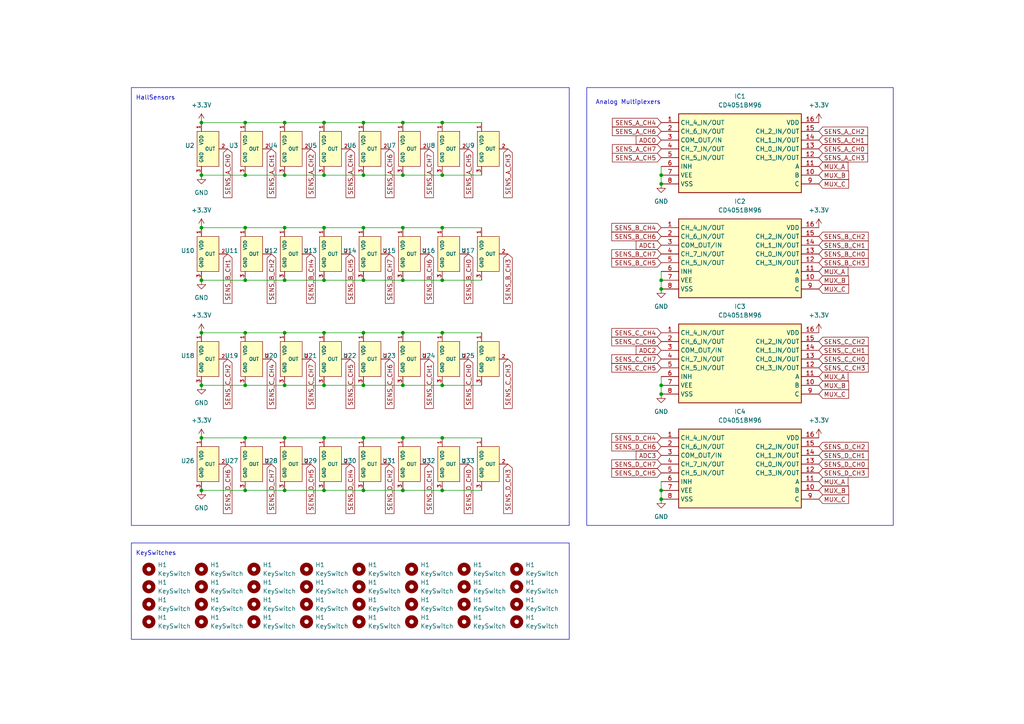
<source format=kicad_sch>
(kicad_sch (version 20230121) (generator eeschema)
  (paper "A4")
  (lib_symbols
    (symbol "Mechanical:MountingHole" (pin_names (offset 1.016))
      (property "Reference" "H" (at 0 5.08 0))
      (property "Value" "MountingHole" (at 0 3.175 0))
      (symbol "MountingHole_0_1"
        (circle (center 0 0) (radius 1.27) (stroke (width 1.27)))
      )
    )
    (symbol "ember_49e:Hall_Sensor" (pin_names (offset 1.016))
      (property "Reference" "U?" (at -4.5212 0.9652 0))
      (symbol "Hall_Sensor_0_1"
        (rectangle (start -3.81 5.08) (end 2.54 -5.08) (fill (type background)))
      )
      (symbol "Hall_Sensor_1_1"
        (pin power_in line (at -2.54 7.62 270) (length 2.54) (name "VDD") (number "1"))
        (pin output line (at 5.08 0 180) (length 2.54) (name "OUT") (number "2"))
        (pin power_in line (at -2.54 -7.62 90) (length 2.54) (name "GND") (number "3"))
      )
    )
    (symbol "ember_cd4051bm96:CD4051BM96"
      (property "Reference" "IC" (at 41.91 7.62 0))
      (property "Value" "CD4051BM96" (at 41.91 5.08 0))
      (symbol "CD4051BM96_1_1"
        (rectangle (start 5.08 2.54) (end 40.64 -20.32) (stroke (width 0.254)) (fill (type background)))
        (pin passive line (at 0 0 0) (length 5.08) (name "CH_4_IN/OUT") (number "1"))
        (pin passive line (at 45.72 -15.24 180) (length 5.08) (name "B") (number "10"))
        (pin passive line (at 45.72 -12.7 180) (length 5.08) (name "A") (number "11"))
        (pin passive line (at 45.72 -10.16 180) (length 5.08) (name "CH_3_IN/OUT") (number "12"))
        (pin passive line (at 45.72 -7.62 180) (length 5.08) (name "CH_0_IN/OUT") (number "13"))
        (pin passive line (at 45.72 -5.08 180) (length 5.08) (name "CH_1_IN/OUT") (number "14"))
        (pin passive line (at 45.72 -2.54 180) (length 5.08) (name "CH_2_IN/OUT") (number "15"))
        (pin passive line (at 45.72 0 180) (length 5.08) (name "VDD") (number "16"))
        (pin passive line (at 0 -2.54 0) (length 5.08) (name "CH_6_IN/OUT") (number "2"))
        (pin passive line (at 0 -5.08 0) (length 5.08) (name "COM_OUT/IN") (number "3"))
        (pin passive line (at 0 -7.62 0) (length 5.08) (name "CH_7_IN/OUT") (number "4"))
        (pin passive line (at 0 -10.16 0) (length 5.08) (name "CH_5_IN/OUT") (number "5"))
        (pin passive line (at 0 -12.7 0) (length 5.08) (name "INH") (number "6"))
        (pin passive line (at 0 -15.24 0) (length 5.08) (name "VEE") (number "7"))
        (pin passive line (at 0 -17.78 0) (length 5.08) (name "VSS") (number "8"))
        (pin passive line (at 45.72 -17.78 180) (length 5.08) (name "C") (number "9"))
      )
    )
    (symbol "power:+3.3V" (power) (pin_names (offset 0))
      (property "Value" "+3.3V" (at 0 3.556 0))
      (symbol "+3.3V_0_1"
        (polyline (pts (xy -0.762 1.27) (xy 0 2.54)))
        (polyline (pts (xy 0 0) (xy 0 2.54)))
        (polyline (pts (xy 0 2.54) (xy 0.762 1.27)))
      )
      (symbol "+3.3V_1_1"
        (pin power_in line (at 0 0 90) (length 0) hide (name "+3.3V") (number "1"))
      )
    )
    (symbol "power:GND" (power) (pin_names (offset 0))
      (property "Value" "GND" (at 0 -3.81 0))
      (symbol "GND_0_1"
        (polyline (pts (xy 0 0) (xy 0 -1.27) (xy 1.27 -1.27) (xy 0 -2.54) (xy -1.27 -1.27) (xy 0 -1.27)))
      )
      (symbol "GND_1_1"
        (pin power_in line (at 0 0 270) (length 0) hide (name "GND") (number "1"))
      )
    )
  )
  (junction (at 128.27 35.56))
  (junction (at 116.84 111.76))
  (junction (at 128.27 142.24))
  (junction (at 105.41 50.8))
  (junction (at 191.77 142.24))
  (junction (at 128.27 96.52))
  (junction (at 93.98 142.24))
  (junction (at 93.98 96.52))
  (junction (at 191.77 53.34))
  (junction (at 58.42 66.04))
  (junction (at 71.12 50.8))
  (junction (at 128.27 111.76))
  (junction (at 58.42 50.8))
  (junction (at 58.42 142.24))
  (junction (at 82.55 35.56))
  (junction (at 93.98 66.04))
  (junction (at 93.98 50.8))
  (junction (at 116.84 50.8))
  (junction (at 82.55 66.04))
  (junction (at 71.12 142.24))
  (junction (at 105.41 142.24))
  (junction (at 116.84 127))
  (junction (at 105.41 111.76))
  (junction (at 191.77 81.28))
  (junction (at 58.42 81.28))
  (junction (at 105.41 66.04))
  (junction (at 116.84 96.52))
  (junction (at 82.55 96.52))
  (junction (at 71.12 96.52))
  (junction (at 82.55 142.24))
  (junction (at 105.41 35.56))
  (junction (at 116.84 66.04))
  (junction (at 71.12 66.04))
  (junction (at 58.42 127))
  (junction (at 105.41 96.52))
  (junction (at 82.55 127))
  (junction (at 116.84 142.24))
  (junction (at 191.77 83.82))
  (junction (at 191.77 50.8))
  (junction (at 105.41 127))
  (junction (at 82.55 111.76))
  (junction (at 93.98 127))
  (junction (at 105.41 81.28))
  (junction (at 128.27 50.8))
  (junction (at 71.12 81.28))
  (junction (at 82.55 81.28))
  (junction (at 93.98 35.56))
  (junction (at 71.12 111.76))
  (junction (at 58.42 96.52))
  (junction (at 128.27 127))
  (junction (at 71.12 35.56))
  (junction (at 58.42 111.76))
  (junction (at 191.77 114.3))
  (junction (at 116.84 35.56))
  (junction (at 58.42 35.56))
  (junction (at 93.98 111.76))
  (junction (at 116.84 81.28))
  (junction (at 191.77 111.76))
  (junction (at 82.55 50.8))
  (junction (at 128.27 66.04))
  (junction (at 128.27 81.28))
  (junction (at 71.12 127))
  (junction (at 93.98 81.28))
  (junction (at 191.77 144.78))
  (wire (pts (xy 93.98 81.28) (xy 105.41 81.28)))
  (wire (pts (xy 128.27 142.24) (xy 139.7 142.24)))
  (wire (pts (xy 105.41 66.04) (xy 116.84 66.04)))
  (wire (pts (xy 58.42 66.04) (xy 71.12 66.04)))
  (wire (pts (xy 82.55 96.52) (xy 93.98 96.52)))
  (wire (pts (xy 93.98 142.24) (xy 105.41 142.24)))
  (wire (pts (xy 116.84 142.24) (xy 128.27 142.24)))
  (wire (pts (xy 128.27 35.56) (xy 139.7 35.56)))
  (wire (pts (xy 191.77 78.74) (xy 191.77 81.28)))
  (wire (pts (xy 116.84 96.52) (xy 128.27 96.52)))
  (wire (pts (xy 116.84 35.56) (xy 128.27 35.56)))
  (wire (pts (xy 105.41 96.52) (xy 116.84 96.52)))
  (wire (pts (xy 58.42 50.8) (xy 71.12 50.8)))
  (wire (pts (xy 116.84 111.76) (xy 128.27 111.76)))
  (wire (pts (xy 82.55 50.8) (xy 93.98 50.8)))
  (wire (pts (xy 71.12 96.52) (xy 82.55 96.52)))
  (wire (pts (xy 191.77 109.22) (xy 191.77 111.76)))
  (wire (pts (xy 191.77 142.24) (xy 191.77 144.78)))
  (wire (pts (xy 93.98 50.8) (xy 105.41 50.8)))
  (wire (pts (xy 105.41 50.8) (xy 116.84 50.8)))
  (wire (pts (xy 58.42 142.24) (xy 71.12 142.24)))
  (wire (pts (xy 82.55 111.76) (xy 93.98 111.76)))
  (wire (pts (xy 105.41 35.56) (xy 116.84 35.56)))
  (wire (pts (xy 82.55 66.04) (xy 93.98 66.04)))
  (wire (pts (xy 191.77 111.76) (xy 191.77 114.3)))
  (wire (pts (xy 82.55 127) (xy 93.98 127)))
  (wire (pts (xy 58.42 127) (xy 71.12 127)))
  (wire (pts (xy 71.12 81.28) (xy 82.55 81.28)))
  (wire (pts (xy 93.98 35.56) (xy 105.41 35.56)))
  (wire (pts (xy 58.42 111.76) (xy 71.12 111.76)))
  (wire (pts (xy 58.42 81.28) (xy 71.12 81.28)))
  (wire (pts (xy 191.77 50.8) (xy 191.77 53.34)))
  (wire (pts (xy 128.27 81.28) (xy 139.7 81.28)))
  (wire (pts (xy 71.12 66.04) (xy 82.55 66.04)))
  (wire (pts (xy 105.41 127) (xy 116.84 127)))
  (wire (pts (xy 71.12 127) (xy 82.55 127)))
  (wire (pts (xy 128.27 50.8) (xy 139.7 50.8)))
  (wire (pts (xy 93.98 111.76) (xy 105.41 111.76)))
  (wire (pts (xy 116.84 81.28) (xy 128.27 81.28)))
  (wire (pts (xy 191.77 139.7) (xy 191.77 142.24)))
  (wire (pts (xy 82.55 81.28) (xy 93.98 81.28)))
  (wire (pts (xy 116.84 66.04) (xy 128.27 66.04)))
  (wire (pts (xy 71.12 50.8) (xy 82.55 50.8)))
  (wire (pts (xy 71.12 111.76) (xy 82.55 111.76)))
  (wire (pts (xy 82.55 35.56) (xy 93.98 35.56)))
  (wire (pts (xy 191.77 81.28) (xy 191.77 83.82)))
  (wire (pts (xy 58.42 96.52) (xy 71.12 96.52)))
  (wire (pts (xy 58.42 35.56) (xy 71.12 35.56)))
  (wire (pts (xy 128.27 127) (xy 139.7 127)))
  (wire (pts (xy 93.98 127) (xy 105.41 127)))
  (wire (pts (xy 116.84 127) (xy 128.27 127)))
  (wire (pts (xy 128.27 96.52) (xy 139.7 96.52)))
  (wire (pts (xy 128.27 66.04) (xy 139.7 66.04)))
  (wire (pts (xy 105.41 142.24) (xy 116.84 142.24)))
  (wire (pts (xy 71.12 35.56) (xy 82.55 35.56)))
  (wire (pts (xy 128.27 111.76) (xy 139.7 111.76)))
  (wire (pts (xy 93.98 96.52) (xy 105.41 96.52)))
  (wire (pts (xy 191.77 48.26) (xy 191.77 50.8)))
  (wire (pts (xy 105.41 81.28) (xy 116.84 81.28)))
  (wire (pts (xy 116.84 50.8) (xy 128.27 50.8)))
  (wire (pts (xy 82.55 142.24) (xy 93.98 142.24)))
  (wire (pts (xy 105.41 111.76) (xy 116.84 111.76)))
  (wire (pts (xy 71.12 142.24) (xy 82.55 142.24)))
  (wire (pts (xy 93.98 66.04) (xy 105.41 66.04)))
  (rectangle (start 38.1 157.48) (end 165.1 185.42))
  (rectangle (start 170.18 25.4) (end 259.08 152.4))
  (rectangle (start 38.1 25.4) (end 165.1 152.4))
  (text "KeySwitches" (at 39.37 161.29 0) (effects (font (size 1.27 1.27)) (justify left bottom)))
  (text "HallSensors" (at 39.37 29.21 0) (effects (font (size 1.27 1.27)) (justify left bottom)))
  (text "Analog Multiplexers" (at 172.72 30.48 0) (effects (font (size 1.27 1.27)) (justify left bottom)))
  (global_label "SENS_B_CH7" (shape input) (at 113.03 73.66 270) (property "Intersheetrefs" "${INTERSHEET_REFS}" (effects hide)))
  (global_label "SENS_B_CH4" (shape input) (at 90.17 73.66 270) (property "Intersheetrefs" "${INTERSHEET_REFS}" (effects hide)))
  (global_label "MUX_C" (shape input) (at 237.49 114.3 0) (property "Intersheetrefs" "${INTERSHEET_REFS}" (effects hide)))
  (global_label "MUX_C" (shape input) (at 237.49 53.34 0) (property "Intersheetrefs" "${INTERSHEET_REFS}" (effects hide)))
  (global_label "SENS_C_CH0" (shape input) (at 237.49 104.14 0) (property "Intersheetrefs" "${INTERSHEET_REFS}" (effects hide)))
  (global_label "SENS_A_CH5" (shape input) (at 191.77 45.72 180) (property "Intersheetrefs" "${INTERSHEET_REFS}" (effects hide)))
  (global_label "SENS_B_CH6" (shape input) (at 191.77 68.58 180) (property "Intersheetrefs" "${INTERSHEET_REFS}" (effects hide)))
  (global_label "SENS_D_CH3" (shape input) (at 147.32 134.62 270) (property "Intersheetrefs" "${INTERSHEET_REFS}" (effects hide)))
  (global_label "SENS_B_CH3" (shape input) (at 147.32 73.66 270) (property "Intersheetrefs" "${INTERSHEET_REFS}" (effects hide)))
  (global_label "MUX_A" (shape input) (at 237.49 109.22 0) (property "Intersheetrefs" "${INTERSHEET_REFS}" (effects hide)))
  (global_label "MUX_B" (shape input) (at 237.49 81.28 0) (property "Intersheetrefs" "${INTERSHEET_REFS}" (effects hide)))
  (global_label "SENS_A_CH0" (shape input) (at 66.04 43.18 270) (property "Intersheetrefs" "${INTERSHEET_REFS}" (effects hide)))
  (global_label "SENS_C_CH4" (shape input) (at 191.77 96.52 180) (property "Intersheetrefs" "${INTERSHEET_REFS}" (effects hide)))
  (global_label "SENS_B_CH2" (shape input) (at 237.49 68.58 0) (property "Intersheetrefs" "${INTERSHEET_REFS}" (effects hide)))
  (global_label "SENS_D_CH5" (shape input) (at 191.77 137.16 180) (property "Intersheetrefs" "${INTERSHEET_REFS}" (effects hide)))
  (global_label "SENS_D_CH1" (shape input) (at 237.49 132.08 0) (property "Intersheetrefs" "${INTERSHEET_REFS}" (effects hide)))
  (global_label "SENS_D_CH4" (shape input) (at 191.77 127 180) (property "Intersheetrefs" "${INTERSHEET_REFS}" (effects hide)))
  (global_label "SENS_D_CH7" (shape input) (at 78.74 134.62 270) (property "Intersheetrefs" "${INTERSHEET_REFS}" (effects hide)))
  (global_label "SENS_B_CH2" (shape input) (at 78.74 73.66 270) (property "Intersheetrefs" "${INTERSHEET_REFS}" (effects hide)))
  (global_label "SENS_A_CH5" (shape input) (at 135.89 43.18 270) (property "Intersheetrefs" "${INTERSHEET_REFS}" (effects hide)))
  (global_label "SENS_A_CH4" (shape input) (at 191.77 35.56 180) (property "Intersheetrefs" "${INTERSHEET_REFS}" (effects hide)))
  (global_label "SENS_B_CH5" (shape input) (at 101.6 73.66 270) (property "Intersheetrefs" "${INTERSHEET_REFS}" (effects hide)))
  (global_label "SENS_D_CH6" (shape input) (at 191.77 129.54 180) (property "Intersheetrefs" "${INTERSHEET_REFS}" (effects hide)))
  (global_label "SENS_B_CH4" (shape input) (at 191.77 66.04 180) (property "Intersheetrefs" "${INTERSHEET_REFS}" (effects hide)))
  (global_label "ADC2" (shape input) (at 191.77 101.6 180) (property "Intersheetrefs" "${INTERSHEET_REFS}" (effects hide)))
  (global_label "SENS_C_CH3" (shape input) (at 147.32 104.14 270) (property "Intersheetrefs" "${INTERSHEET_REFS}" (effects hide)))
  (global_label "SENS_B_CH6" (shape input) (at 124.46 73.66 270) (property "Intersheetrefs" "${INTERSHEET_REFS}" (effects hide)))
  (global_label "SENS_D_CH6" (shape input) (at 66.04 134.62 270) (property "Intersheetrefs" "${INTERSHEET_REFS}" (effects hide)))
  (global_label "SENS_C_CH0" (shape input) (at 135.89 104.14 270) (property "Intersheetrefs" "${INTERSHEET_REFS}" (effects hide)))
  (global_label "SENS_B_CH0" (shape input) (at 135.89 73.66 270) (property "Intersheetrefs" "${INTERSHEET_REFS}" (effects hide)))
  (global_label "SENS_C_CH1" (shape input) (at 124.46 104.14 270) (property "Intersheetrefs" "${INTERSHEET_REFS}" (effects hide)))
  (global_label "ADC3" (shape input) (at 191.77 132.08 180) (property "Intersheetrefs" "${INTERSHEET_REFS}" (effects hide)))
  (global_label "SENS_C_CH3" (shape input) (at 237.49 106.68 0) (property "Intersheetrefs" "${INTERSHEET_REFS}" (effects hide)))
  (global_label "SENS_C_CH7" (shape input) (at 90.17 104.14 270) (property "Intersheetrefs" "${INTERSHEET_REFS}" (effects hide)))
  (global_label "SENS_A_CH7" (shape input) (at 191.77 43.18 180) (property "Intersheetrefs" "${INTERSHEET_REFS}" (effects hide)))
  (global_label "SENS_D_CH7" (shape input) (at 191.77 134.62 180) (property "Intersheetrefs" "${INTERSHEET_REFS}" (effects hide)))
  (global_label "SENS_D_CH0" (shape input) (at 135.89 134.62 270) (property "Intersheetrefs" "${INTERSHEET_REFS}" (effects hide)))
  (global_label "SENS_B_CH7" (shape input) (at 191.77 73.66 180) (property "Intersheetrefs" "${INTERSHEET_REFS}" (effects hide)))
  (global_label "MUX_C" (shape input) (at 237.49 83.82 0) (property "Intersheetrefs" "${INTERSHEET_REFS}" (effects hide)))
  (global_label "SENS_A_CH0" (shape input) (at 237.49 43.18 0) (property "Intersheetrefs" "${INTERSHEET_REFS}" (effects hide)))
  (global_label "SENS_C_CH6" (shape input) (at 113.03 104.14 270) (property "Intersheetrefs" "${INTERSHEET_REFS}" (effects hide)))
  (global_label "ADC1" (shape input) (at 191.77 71.12 180) (property "Intersheetrefs" "${INTERSHEET_REFS}" (effects hide)))
  (global_label "SENS_A_CH6" (shape input) (at 191.77 38.1 180) (property "Intersheetrefs" "${INTERSHEET_REFS}" (effects hide)))
  (global_label "SENS_C_CH4" (shape input) (at 78.74 104.14 270) (property "Intersheetrefs" "${INTERSHEET_REFS}" (effects hide)))
  (global_label "SENS_D_CH2" (shape input) (at 237.49 129.54 0) (property "Intersheetrefs" "${INTERSHEET_REFS}" (effects hide)))
  (global_label "ADC0" (shape input) (at 191.77 40.64 180) (property "Intersheetrefs" "${INTERSHEET_REFS}" (effects hide)))
  (global_label "MUX_A" (shape input) (at 237.49 78.74 0) (property "Intersheetrefs" "${INTERSHEET_REFS}" (effects hide)))
  (global_label "SENS_C_CH7" (shape input) (at 191.77 104.14 180) (property "Intersheetrefs" "${INTERSHEET_REFS}" (effects hide)))
  (global_label "SENS_A_CH2" (shape input) (at 237.49 38.1 0) (property "Intersheetrefs" "${INTERSHEET_REFS}" (effects hide)))
  (global_label "SENS_C_CH1" (shape input) (at 237.49 101.6 0) (property "Intersheetrefs" "${INTERSHEET_REFS}" (effects hide)))
  (global_label "SENS_D_CH1" (shape input) (at 124.46 134.62 270) (property "Intersheetrefs" "${INTERSHEET_REFS}" (effects hide)))
  (global_label "SENS_A_CH6" (shape input) (at 113.03 43.18 270) (property "Intersheetrefs" "${INTERSHEET_REFS}" (effects hide)))
  (global_label "SENS_C_CH2" (shape input) (at 237.49 99.06 0) (property "Intersheetrefs" "${INTERSHEET_REFS}" (effects hide)))
  (global_label "SENS_B_CH3" (shape input) (at 237.49 76.2 0) (property "Intersheetrefs" "${INTERSHEET_REFS}" (effects hide)))
  (global_label "SENS_C_CH6" (shape input) (at 191.77 99.06 180) (property "Intersheetrefs" "${INTERSHEET_REFS}" (effects hide)))
  (global_label "MUX_B" (shape input) (at 237.49 142.24 0) (property "Intersheetrefs" "${INTERSHEET_REFS}" (effects hide)))
  (global_label "SENS_B_CH5" (shape input) (at 191.77 76.2 180) (property "Intersheetrefs" "${INTERSHEET_REFS}" (effects hide)))
  (global_label "SENS_D_CH2" (shape input) (at 113.03 134.62 270) (property "Intersheetrefs" "${INTERSHEET_REFS}" (effects hide)))
  (global_label "SENS_B_CH1" (shape input) (at 237.49 71.12 0) (property "Intersheetrefs" "${INTERSHEET_REFS}" (effects hide)))
  (global_label "SENS_A_CH3" (shape input) (at 147.32 43.18 270) (property "Intersheetrefs" "${INTERSHEET_REFS}" (effects hide)))
  (global_label "SENS_A_CH4" (shape input) (at 101.6 43.18 270) (property "Intersheetrefs" "${INTERSHEET_REFS}" (effects hide)))
  (global_label "MUX_A" (shape input) (at 237.49 139.7 0) (property "Intersheetrefs" "${INTERSHEET_REFS}" (effects hide)))
  (global_label "SENS_C_CH5" (shape input) (at 101.6 104.14 270) (property "Intersheetrefs" "${INTERSHEET_REFS}" (effects hide)))
  (global_label "SENS_B_CH0" (shape input) (at 237.49 73.66 0) (property "Intersheetrefs" "${INTERSHEET_REFS}" (effects hide)))
  (global_label "SENS_D_CH3" (shape input) (at 237.49 137.16 0) (property "Intersheetrefs" "${INTERSHEET_REFS}" (effects hide)))
  (global_label "SENS_A_CH1" (shape input) (at 237.49 40.64 0) (property "Intersheetrefs" "${INTERSHEET_REFS}" (effects hide)))
  (global_label "SENS_A_CH1" (shape input) (at 78.74 43.18 270) (property "Intersheetrefs" "${INTERSHEET_REFS}" (effects hide)))
  (global_label "SENS_A_CH2" (shape input) (at 90.17 43.18 270) (property "Intersheetrefs" "${INTERSHEET_REFS}" (effects hide)))
  (global_label "MUX_B" (shape input) (at 237.49 50.8 0) (property "Intersheetrefs" "${INTERSHEET_REFS}" (effects hide)))
  (global_label "SENS_A_CH7" (shape input) (at 124.46 43.18 270) (property "Intersheetrefs" "${INTERSHEET_REFS}" (effects hide)))
  (global_label "SENS_B_CH1" (shape input) (at 66.04 73.66 270) (property "Intersheetrefs" "${INTERSHEET_REFS}" (effects hide)))
  (global_label "SENS_C_CH2" (shape input) (at 66.04 104.14 270) (property "Intersheetrefs" "${INTERSHEET_REFS}" (effects hide)))
  (global_label "MUX_C" (shape input) (at 237.49 144.78 0) (property "Intersheetrefs" "${INTERSHEET_REFS}" (effects hide)))
  (global_label "SENS_D_CH5" (shape input) (at 90.17 134.62 270) (property "Intersheetrefs" "${INTERSHEET_REFS}" (effects hide)))
  (global_label "SENS_D_CH0" (shape input) (at 237.49 134.62 0) (property "Intersheetrefs" "${INTERSHEET_REFS}" (effects hide)))
  (global_label "MUX_A" (shape input) (at 237.49 48.26 0) (property "Intersheetrefs" "${INTERSHEET_REFS}" (effects hide)))
  (global_label "SENS_C_CH5" (shape input) (at 191.77 106.68 180) (property "Intersheetrefs" "${INTERSHEET_REFS}" (effects hide)))
  (global_label "MUX_B" (shape input) (at 237.49 111.76 0) (property "Intersheetrefs" "${INTERSHEET_REFS}" (effects hide)))
  (global_label "SENS_A_CH3" (shape input) (at 237.49 45.72 0) (property "Intersheetrefs" "${INTERSHEET_REFS}" (effects hide)))
  (global_label "SENS_D_CH4" (shape input) (at 101.6 134.62 270) (property "Intersheetrefs" "${INTERSHEET_REFS}" (effects hide)))
  (symbol (lib_id "Mechanical:MountingHole") (at 149.86 170.18 0) (unit 1)
    (property "Reference" "H1" (at 152.4 168.91 0) (effects (justify left)))
    (property "Value" "KeySwitch" (at 152.4 171.45 0) (effects (justify left)))
    (property "Footprint" "ember:MX-1U-NoPins" (effects hide))
    (instances (project "ember" (path "" (reference "H1") (unit 1)) (path "" (reference "H16") (unit 1))))
  )
  (symbol (lib_id "ember_49e:Hall_Sensor") (at 73.66 104.14 0) (unit 1)
    (property "Reference" "U19" (at 69.1388 103.1748 0) (effects (justify right)))
    (property "Value" "Hall_Sensor" (effects hide))
    (property "Footprint" "Package_TO_SOT_SMD:SOT-23" (effects hide))
    (property "LCSC Part" "C266230" (effects hide))
    (property "MPN" "SLSS49E-3" (effects hide))
    (property "Notes" "Alternate part: OH49E-S (C85573)" (effects hide))
    (property "LCSC" "C2904393" (effects hide))
    (instances (project "ember" (path "" (reference "U19") (unit 1)) (path "" (reference "U7") (unit 1))))
  )
  (symbol (lib_id "ember_49e:Hall_Sensor") (at 119.38 134.62 0) (unit 1)
    (property "Reference" "U31" (at 114.8588 133.6548 0) (effects (justify right)))
    (property "Value" "Hall_Sensor" (effects hide))
    (property "Footprint" "Package_TO_SOT_SMD:SOT-23" (effects hide))
    (property "LCSC Part" "C266230" (effects hide))
    (property "MPN" "SLSS49E-3" (effects hide))
    (property "Notes" "Alternate part: OH49E-S (C85573)" (effects hide))
    (property "LCSC" "C2904393" (effects hide))
    (instances (project "ember" (path "" (reference "U31") (unit 1)) (path "" (reference "U24") (unit 1))))
  )
  (symbol (lib_id "power:GND") (at 58.42 142.24 0) (unit 1)
    (property "Reference" "#PWR014" (effects hide))
    (property "Value" "GND" (at 58.42 147.32 0))
    (instances (project "ember" (path "" (reference "#PWR014") (unit 1)) (path "" (reference "#PWR015") (unit 1))))
  )
  (symbol (lib_id "Mechanical:MountingHole") (at 43.18 170.18 0) (unit 1)
    (property "Reference" "H1" (at 45.72 168.91 0) (effects (justify left)))
    (property "Value" "KeySwitch" (at 45.72 171.45 0) (effects (justify left)))
    (property "Footprint" "ember:MX-1U-NoPins" (effects hide))
    (instances (project "ember" (path "" (reference "H1") (unit 1)) (path "" (reference "H9") (unit 1))))
  )
  (symbol (lib_id "ember_49e:Hall_Sensor") (at 107.95 134.62 0) (unit 1)
    (property "Reference" "U30" (at 103.4288 133.6548 0) (effects (justify right)))
    (property "Value" "Hall_Sensor" (effects hide))
    (property "Footprint" "Package_TO_SOT_SMD:SOT-23" (effects hide))
    (property "LCSC Part" "C266230" (effects hide))
    (property "MPN" "SLSS49E-3" (effects hide))
    (property "Notes" "Alternate part: OH49E-S (C85573)" (effects hide))
    (property "LCSC" "C2904393" (effects hide))
    (instances (project "ember" (path "" (reference "U30") (unit 1)) (path "" (reference "U20") (unit 1))))
  )
  (symbol (lib_id "Mechanical:MountingHole") (at 134.62 180.34 0) (unit 1)
    (property "Reference" "H1" (at 137.16 179.07 0) (effects (justify left)))
    (property "Value" "KeySwitch" (at 137.16 181.61 0) (effects (justify left)))
    (property "Footprint" "ember:MX-1U-NoPins" (effects hide))
    (instances (project "ember" (path "" (reference "H1") (unit 1)) (path "" (reference "H31") (unit 1))))
  )
  (symbol (lib_id "power:GND") (at 58.42 50.8 0) (unit 1)
    (property "Reference" "#PWR01" (effects hide))
    (property "Value" "GND" (at 58.42 55.88 0))
    (instances (project "ember" (path "" (reference "#PWR01") (unit 1)) (path "" (reference "#PWR03") (unit 1))))
  )
  (symbol (lib_id "ember_49e:Hall_Sensor") (at 142.24 43.18 0) (unit 1)
    (property "Reference" "U9" (at 137.7188 42.2148 0) (effects (justify right)))
    (property "Value" "Hall_Sensor" (effects hide))
    (property "Footprint" "Package_TO_SOT_SMD:SOT-23" (effects hide))
    (property "LCSC Part" "C266230" (effects hide))
    (property "MPN" "SLSS49E-3" (effects hide))
    (property "Notes" "Alternate part: OH49E-S (C85573)" (effects hide))
    (property "LCSC" "C2904393" (effects hide))
    (instances (project "ember" (path "" (reference "U9") (unit 1)) (path "" (reference "U29") (unit 1))))
  )
  (symbol (lib_id "ember_49e:Hall_Sensor") (at 107.95 104.14 0) (unit 1)
    (property "Reference" "U22" (at 103.4288 103.1748 0) (effects (justify right)))
    (property "Value" "Hall_Sensor" (effects hide))
    (property "Footprint" "Package_TO_SOT_SMD:SOT-23" (effects hide))
    (property "LCSC Part" "C266230" (effects hide))
    (property "MPN" "SLSS49E-3" (effects hide))
    (property "Notes" "Alternate part: OH49E-S (C85573)" (effects hide))
    (property "LCSC" "C2904393" (effects hide))
    (instances (project "ember" (path "" (reference "U22") (unit 1)) (path "" (reference "U19") (unit 1))))
  )
  (symbol (lib_id "Mechanical:MountingHole") (at 88.9 180.34 0) (unit 1)
    (property "Reference" "H1" (at 91.44 179.07 0) (effects (justify left)))
    (property "Value" "KeySwitch" (at 91.44 181.61 0) (effects (justify left)))
    (property "Footprint" "ember:MX-1U-NoPins" (effects hide))
    (instances (project "ember" (path "" (reference "H1") (unit 1)) (path "" (reference "H28") (unit 1))))
  )
  (symbol (lib_id "power:+3.3V") (at 58.42 96.52 0) (unit 1)
    (property "Reference" "#PWR09" (effects hide))
    (property "Value" "+3.3V" (at 58.42 91.44 0))
  )
  (symbol (lib_id "Mechanical:MountingHole") (at 149.86 175.26 0) (unit 1)
    (property "Reference" "H1" (at 152.4 173.99 0) (effects (justify left)))
    (property "Value" "KeySwitch" (at 152.4 176.53 0) (effects (justify left)))
    (property "Footprint" "ember:MX-1U-NoPins" (effects hide))
    (instances (project "ember" (path "" (reference "H1") (unit 1)) (path "" (reference "H24") (unit 1))))
  )
  (symbol (lib_id "power:+3.3V") (at 58.42 66.04 0) (unit 1)
    (property "Reference" "#PWR05" (effects hide))
    (property "Value" "+3.3V" (at 58.42 60.96 0))
  )
  (symbol (lib_id "ember_49e:Hall_Sensor") (at 96.52 73.66 0) (unit 1)
    (property "Reference" "U13" (at 91.9988 72.6948 0) (effects (justify right)))
    (property "Value" "Hall_Sensor" (effects hide))
    (property "Footprint" "Package_TO_SOT_SMD:SOT-23" (effects hide))
    (property "LCSC Part" "C266230" (effects hide))
    (property "MPN" "SLSS49E-3" (effects hide))
    (property "Notes" "Alternate part: OH49E-S (C85573)" (effects hide))
    (property "LCSC" "C2904393" (effects hide))
    (instances (project "ember" (path "" (reference "U13") (unit 1)) (path "" (reference "U14") (unit 1))))
  )
  (symbol (lib_id "ember_49e:Hall_Sensor") (at 60.96 43.18 0) (unit 1)
    (property "Reference" "U2" (at 56.4388 42.2148 0) (effects (justify right)))
    (property "Value" "Hall_Sensor" (effects hide))
    (property "Footprint" "Package_TO_SOT_SMD:SOT-23" (effects hide))
    (property "LCSC Part" "C266230" (effects hide))
    (property "MPN" "SLSS49E-3" (effects hide))
    (property "Notes" "Alternate part: OH49E-S (C85573)" (effects hide))
    (property "LCSC" "C2904393" (effects hide))
    (instances (project "ember" (path "" (reference "U2") (unit 1)) (path "" (reference "U1") (unit 1))))
  )
  (symbol (lib_id "ember_cd4051bm96:CD4051BM96") (at 191.77 96.52 0) (unit 1)
    (property "Reference" "IC3" (at 214.63 88.9 0))
    (property "Value" "CD4051BM96" (at 214.63 91.44 0))
    (property "Footprint" "ember:SOIC127P600X175-16N" (effects hide))
    (property "Datasheet" "http://www.ti.com/general/docs/lit/getliterature.tsp?genericPartNumber=CD4051B&&fileType=pdf" (effects hide))
    (property "Height" "1.75" (effects hide))
    (property "Mouser Part Number" "595-CD4051BM96" (effects hide))
    (property "Mouser Price/Stock" "https://www.mouser.co.uk/ProductDetail/Texas-Instruments/CD4051BM96?qs=0le1rQK8zxqMHlJa1GNAzQ%3D%3D" (effects hide))
    (property "Manufacturer_Name" "Texas Instruments" (effects hide))
    (property "Manufacturer_Part_Number" "CD4051BM96" (effects hide))
    (property "LCSC" "C21379" (effects hide))
  )
  (symbol (lib_id "Mechanical:MountingHole") (at 134.62 175.26 0) (unit 1)
    (property "Reference" "H1" (at 137.16 173.99 0) (effects (justify left)))
    (property "Value" "KeySwitch" (at 137.16 176.53 0) (effects (justify left)))
    (property "Footprint" "ember:MX-1U-NoPins" (effects hide))
    (instances (project "ember" (path "" (reference "H1") (unit 1)) (path "" (reference "H23") (unit 1))))
  )
  (symbol (lib_id "ember_49e:Hall_Sensor") (at 142.24 134.62 0) (unit 1)
    (property "Reference" "U33" (at 137.7188 133.6548 0) (effects (justify right)))
    (property "Value" "Hall_Sensor" (effects hide))
    (property "Footprint" "Package_TO_SOT_SMD:SOT-23" (effects hide))
    (property "LCSC Part" "C266230" (effects hide))
    (property "MPN" "SLSS49E-3" (effects hide))
    (property "Notes" "Alternate part: OH49E-S (C85573)" (effects hide))
    (property "LCSC" "C2904393" (effects hide))
    (instances (project "ember" (path "" (reference "U33") (unit 1)) (path "" (reference "U32") (unit 1))))
  )
  (symbol (lib_id "ember_49e:Hall_Sensor") (at 130.81 134.62 0) (unit 1)
    (property "Reference" "U32" (at 126.2888 133.6548 0) (effects (justify right)))
    (property "Value" "Hall_Sensor" (effects hide))
    (property "Footprint" "Package_TO_SOT_SMD:SOT-23" (effects hide))
    (property "LCSC Part" "C266230" (effects hide))
    (property "MPN" "SLSS49E-3" (effects hide))
    (property "Notes" "Alternate part: OH49E-S (C85573)" (effects hide))
    (property "LCSC" "C2904393" (effects hide))
    (instances (project "ember" (path "" (reference "U32") (unit 1)) (path "" (reference "U28") (unit 1))))
  )
  (symbol (lib_id "Mechanical:MountingHole") (at 104.14 180.34 0) (unit 1)
    (property "Reference" "H1" (at 106.68 179.07 0) (effects (justify left)))
    (property "Value" "KeySwitch" (at 106.68 181.61 0) (effects (justify left)))
    (property "Footprint" "ember:MX-1U-NoPins" (effects hide))
    (instances (project "ember" (path "" (reference "H1") (unit 1)) (path "" (reference "H29") (unit 1))))
  )
  (symbol (lib_id "ember_49e:Hall_Sensor") (at 96.52 104.14 0) (unit 1)
    (property "Reference" "U21" (at 91.9988 103.1748 0) (effects (justify right)))
    (property "Value" "Hall_Sensor" (effects hide))
    (property "Footprint" "Package_TO_SOT_SMD:SOT-23" (effects hide))
    (property "LCSC Part" "C266230" (effects hide))
    (property "MPN" "SLSS49E-3" (effects hide))
    (property "Notes" "Alternate part: OH49E-S (C85573)" (effects hide))
    (property "LCSC" "C2904393" (effects hide))
    (instances (project "ember" (path "" (reference "U21") (unit 1)) (path "" (reference "U15") (unit 1))))
  )
  (symbol (lib_id "Mechanical:MountingHole") (at 134.62 170.18 0) (unit 1)
    (property "Reference" "H1" (at 137.16 168.91 0) (effects (justify left)))
    (property "Value" "KeySwitch" (at 137.16 171.45 0) (effects (justify left)))
    (property "Footprint" "ember:MX-1U-NoPins" (effects hide))
    (instances (project "ember" (path "" (reference "H1") (unit 1)) (path "" (reference "H15") (unit 1))))
  )
  (symbol (lib_id "power:+3.3V") (at 237.49 96.52 0) (unit 1)
    (property "Reference" "#PWR012" (effects hide))
    (property "Value" "+3.3V" (at 237.49 91.44 0))
    (instances (project "ember" (path "" (reference "#PWR012") (unit 1)) (path "" (reference "#PWR010") (unit 1))))
  )
  (symbol (lib_id "Mechanical:MountingHole") (at 73.66 180.34 0) (unit 1)
    (property "Reference" "H1" (at 76.2 179.07 0) (effects (justify left)))
    (property "Value" "KeySwitch" (at 76.2 181.61 0) (effects (justify left)))
    (property "Footprint" "ember:MX-1U-NoPins" (effects hide))
    (instances (project "ember" (path "" (reference "H1") (unit 1)) (path "" (reference "H27") (unit 1))))
  )
  (symbol (lib_id "Mechanical:MountingHole") (at 88.9 175.26 0) (unit 1)
    (property "Reference" "H1" (at 91.44 173.99 0) (effects (justify left)))
    (property "Value" "KeySwitch" (at 91.44 176.53 0) (effects (justify left)))
    (property "Footprint" "ember:MX-1U-NoPins" (effects hide))
    (instances (project "ember" (path "" (reference "H1") (unit 1)) (path "" (reference "H20") (unit 1))))
  )
  (symbol (lib_id "Mechanical:MountingHole") (at 73.66 165.1 0) (unit 1)
    (property "Reference" "H1" (at 76.2 163.83 0) (effects (justify left)))
    (property "Value" "KeySwitch" (at 76.2 166.37 0) (effects (justify left)))
    (property "Footprint" "ember:MX-1U-NoPins" (effects hide))
    (instances (project "ember" (path "" (reference "H1") (unit 1)) (path "" (reference "H3") (unit 1))))
  )
  (symbol (lib_id "ember_49e:Hall_Sensor") (at 85.09 73.66 0) (unit 1)
    (property "Reference" "U12" (at 80.5688 72.6948 0) (effects (justify right)))
    (property "Value" "Hall_Sensor" (effects hide))
    (property "Footprint" "Package_TO_SOT_SMD:SOT-23" (effects hide))
    (property "LCSC Part" "C266230" (effects hide))
    (property "MPN" "SLSS49E-3" (effects hide))
    (property "Notes" "Alternate part: OH49E-S (C85573)" (effects hide))
    (property "LCSC" "C2904393" (effects hide))
    (instances (project "ember" (path "" (reference "U12") (unit 1)) (path "" (reference "U10") (unit 1))))
  )
  (symbol (lib_id "power:+3.3V") (at 58.42 35.56 0) (unit 1)
    (property "Reference" "#PWR02" (effects hide))
    (property "Value" "+3.3V" (at 58.42 30.48 0))
    (instances (project "ember" (path "" (reference "#PWR02") (unit 1)) (path "" (reference "#PWR01") (unit 1))))
  )
  (symbol (lib_id "ember_49e:Hall_Sensor") (at 60.96 134.62 0) (unit 1)
    (property "Reference" "U26" (at 56.4388 133.6548 0) (effects (justify right)))
    (property "Value" "Hall_Sensor" (effects hide))
    (property "Footprint" "Package_TO_SOT_SMD:SOT-23" (effects hide))
    (property "LCSC Part" "C266230" (effects hide))
    (property "MPN" "SLSS49E-3" (effects hide))
    (property "Notes" "Alternate part: OH49E-S (C85573)" (effects hide))
    (property "LCSC" "C2904393" (effects hide))
    (instances (project "ember" (path "" (reference "U26") (unit 1)) (path "" (reference "U4") (unit 1))))
  )
  (symbol (lib_id "ember_49e:Hall_Sensor") (at 73.66 43.18 0) (unit 1)
    (property "Reference" "U3" (at 69.1388 42.2148 0) (effects (justify right)))
    (property "Value" "Hall_Sensor" (effects hide))
    (property "Footprint" "Package_TO_SOT_SMD:SOT-23" (effects hide))
    (property "LCSC Part" "C266230" (effects hide))
    (property "MPN" "SLSS49E-3" (effects hide))
    (property "Notes" "Alternate part: OH49E-S (C85573)" (effects hide))
    (property "LCSC" "C2904393" (effects hide))
    (instances (project "ember" (path "" (reference "U3") (unit 1)) (path "" (reference "U5") (unit 1))))
  )
  (symbol (lib_id "ember_cd4051bm96:CD4051BM96") (at 191.77 66.04 0) (unit 1)
    (property "Reference" "IC2" (at 214.63 58.42 0))
    (property "Value" "CD4051BM96" (at 214.63 60.96 0))
    (property "Footprint" "ember:SOIC127P600X175-16N" (effects hide))
    (property "Datasheet" "http://www.ti.com/general/docs/lit/getliterature.tsp?genericPartNumber=CD4051B&&fileType=pdf" (effects hide))
    (property "Height" "1.75" (effects hide))
    (property "Mouser Part Number" "595-CD4051BM96" (effects hide))
    (property "Mouser Price/Stock" "https://www.mouser.co.uk/ProductDetail/Texas-Instruments/CD4051BM96?qs=0le1rQK8zxqMHlJa1GNAzQ%3D%3D" (effects hide))
    (property "Manufacturer_Name" "Texas Instruments" (effects hide))
    (property "Manufacturer_Part_Number" "CD4051BM96" (effects hide))
    (property "LCSC" "C21379" (effects hide))
  )
  (symbol (lib_id "power:+3.3V") (at 58.42 127 0) (unit 1)
    (property "Reference" "#PWR013" (effects hide))
    (property "Value" "+3.3V" (at 58.42 121.92 0))
  )
  (symbol (lib_id "power:GND") (at 191.77 114.3 0) (unit 1)
    (property "Reference" "#PWR011" (effects hide))
    (property "Value" "GND" (at 191.77 119.38 0))
    (instances (project "ember" (path "" (reference "#PWR011") (unit 1)) (path "" (reference "#PWR012") (unit 1))))
  )
  (symbol (lib_id "ember_49e:Hall_Sensor") (at 60.96 73.66 0) (unit 1)
    (property "Reference" "U10" (at 56.4388 72.6948 0) (effects (justify right)))
    (property "Value" "Hall_Sensor" (effects hide))
    (property "Footprint" "Package_TO_SOT_SMD:SOT-23" (effects hide))
    (property "LCSC Part" "C266230" (effects hide))
    (property "MPN" "SLSS49E-3" (effects hide))
    (property "Notes" "Alternate part: OH49E-S (C85573)" (effects hide))
    (property "LCSC" "C2904393" (effects hide))
    (instances (project "ember" (path "" (reference "U10") (unit 1)) (path "" (reference "U2") (unit 1))))
  )
  (symbol (lib_id "ember_49e:Hall_Sensor") (at 107.95 43.18 0) (unit 1)
    (property "Reference" "U6" (at 103.4288 42.2148 0) (effects (justify right)))
    (property "Value" "Hall_Sensor" (effects hide))
    (property "Footprint" "Package_TO_SOT_SMD:SOT-23" (effects hide))
    (property "LCSC Part" "C266230" (effects hide))
    (property "MPN" "SLSS49E-3" (effects hide))
    (property "Notes" "Alternate part: OH49E-S (C85573)" (effects hide))
    (property "LCSC" "C2904393" (effects hide))
    (instances (project "ember" (path "" (reference "U6") (unit 1)) (path "" (reference "U17") (unit 1))))
  )
  (symbol (lib_id "ember_49e:Hall_Sensor") (at 142.24 104.14 0) (unit 1)
    (property "Reference" "U25" (at 137.7188 103.1748 0) (effects (justify right)))
    (property "Value" "Hall_Sensor" (effects hide))
    (property "Footprint" "Package_TO_SOT_SMD:SOT-23" (effects hide))
    (property "LCSC Part" "C266230" (effects hide))
    (property "MPN" "SLSS49E-3" (effects hide))
    (property "Notes" "Alternate part: OH49E-S (C85573)" (effects hide))
    (property "LCSC" "C2904393" (effects hide))
    (instances (project "ember" (path "" (reference "U25") (unit 1)) (path "" (reference "U31") (unit 1))))
  )
  (symbol (lib_id "Mechanical:MountingHole") (at 104.14 175.26 0) (unit 1)
    (property "Reference" "H1" (at 106.68 173.99 0) (effects (justify left)))
    (property "Value" "KeySwitch" (at 106.68 176.53 0) (effects (justify left)))
    (property "Footprint" "ember:MX-1U-NoPins" (effects hide))
    (instances (project "ember" (path "" (reference "H1") (unit 1)) (path "" (reference "H21") (unit 1))))
  )
  (symbol (lib_id "ember_49e:Hall_Sensor") (at 85.09 134.62 0) (unit 1)
    (property "Reference" "U28" (at 80.5688 133.6548 0) (effects (justify right)))
    (property "Value" "Hall_Sensor" (effects hide))
    (property "Footprint" "Package_TO_SOT_SMD:SOT-23" (effects hide))
    (property "LCSC Part" "C266230" (effects hide))
    (property "MPN" "SLSS49E-3" (effects hide))
    (property "Notes" "Alternate part: OH49E-S (C85573)" (effects hide))
    (property "LCSC" "C2904393" (effects hide))
    (instances (project "ember" (path "" (reference "U28") (unit 1)) (path "" (reference "U12") (unit 1))))
  )
  (symbol (lib_id "power:GND") (at 58.42 111.76 0) (unit 1)
    (property "Reference" "#PWR010" (effects hide))
    (property "Value" "GND" (at 58.42 116.84 0))
    (instances (project "ember" (path "" (reference "#PWR010") (unit 1)) (path "" (reference "#PWR011") (unit 1))))
  )
  (symbol (lib_id "ember_49e:Hall_Sensor") (at 119.38 43.18 0) (unit 1)
    (property "Reference" "U7" (at 114.8588 42.2148 0) (effects (justify right)))
    (property "Value" "Hall_Sensor" (effects hide))
    (property "Footprint" "Package_TO_SOT_SMD:SOT-23" (effects hide))
    (property "LCSC Part" "C266230" (effects hide))
    (property "MPN" "SLSS49E-3" (effects hide))
    (property "Notes" "Alternate part: OH49E-S (C85573)" (effects hide))
    (property "LCSC" "C2904393" (effects hide))
    (instances (project "ember" (path "" (reference "U7") (unit 1)) (path "" (reference "U21") (unit 1))))
  )
  (symbol (lib_id "ember_49e:Hall_Sensor") (at 119.38 104.14 0) (unit 1)
    (property "Reference" "U23" (at 114.8588 103.1748 0) (effects (justify right)))
    (property "Value" "Hall_Sensor" (effects hide))
    (property "Footprint" "Package_TO_SOT_SMD:SOT-23" (effects hide))
    (property "LCSC Part" "C266230" (effects hide))
    (property "MPN" "SLSS49E-3" (effects hide))
    (property "Notes" "Alternate part: OH49E-S (C85573)" (effects hide))
    (property "LCSC" "C2904393" (effects hide))
  )
  (symbol (lib_id "Mechanical:MountingHole") (at 43.18 175.26 0) (unit 1)
    (property "Reference" "H1" (at 45.72 173.99 0) (effects (justify left)))
    (property "Value" "KeySwitch" (at 45.72 176.53 0) (effects (justify left)))
    (property "Footprint" "ember:MX-1U-NoPins" (effects hide))
    (instances (project "ember" (path "" (reference "H1") (unit 1)) (path "" (reference "H17") (unit 1))))
  )
  (symbol (lib_id "Mechanical:MountingHole") (at 43.18 165.1 0) (unit 1)
    (property "Reference" "H1" (at 45.72 163.83 0) (effects (justify left)))
    (property "Value" "KeySwitch" (at 45.72 166.37 0) (effects (justify left)))
    (property "Footprint" "ember:MX-1U-NoPins" (effects hide))
  )
  (symbol (lib_id "ember_49e:Hall_Sensor") (at 85.09 104.14 0) (unit 1)
    (property "Reference" "U20" (at 80.5688 103.1748 0) (effects (justify right)))
    (property "Value" "Hall_Sensor" (effects hide))
    (property "Footprint" "Package_TO_SOT_SMD:SOT-23" (effects hide))
    (property "LCSC Part" "C266230" (effects hide))
    (property "MPN" "SLSS49E-3" (effects hide))
    (property "Notes" "Alternate part: OH49E-S (C85573)" (effects hide))
    (property "LCSC" "C2904393" (effects hide))
    (instances (project "ember" (path "" (reference "U20") (unit 1)) (path "" (reference "U11") (unit 1))))
  )
  (symbol (lib_id "ember_49e:Hall_Sensor") (at 73.66 73.66 0) (unit 1)
    (property "Reference" "U11" (at 69.1388 72.6948 0) (effects (justify right)))
    (property "Value" "Hall_Sensor" (effects hide))
    (property "Footprint" "Package_TO_SOT_SMD:SOT-23" (effects hide))
    (property "LCSC Part" "C266230" (effects hide))
    (property "MPN" "SLSS49E-3" (effects hide))
    (property "Notes" "Alternate part: OH49E-S (C85573)" (effects hide))
    (property "LCSC" "C2904393" (effects hide))
    (instances (project "ember" (path "" (reference "U11") (unit 1)) (path "" (reference "U6") (unit 1))))
  )
  (symbol (lib_id "Mechanical:MountingHole") (at 119.38 165.1 0) (unit 1)
    (property "Reference" "H1" (at 121.92 163.83 0) (effects (justify left)))
    (property "Value" "KeySwitch" (at 121.92 166.37 0) (effects (justify left)))
    (property "Footprint" "ember:MX-1U-NoPins" (effects hide))
    (instances (project "ember" (path "" (reference "H1") (unit 1)) (path "" (reference "H6") (unit 1))))
  )
  (symbol (lib_id "Mechanical:MountingHole") (at 149.86 165.1 0) (unit 1)
    (property "Reference" "H1" (at 152.4 163.83 0) (effects (justify left)))
    (property "Value" "KeySwitch" (at 152.4 166.37 0) (effects (justify left)))
    (property "Footprint" "ember:MX-1U-NoPins" (effects hide))
    (instances (project "ember" (path "" (reference "H1") (unit 1)) (path "" (reference "H8") (unit 1))))
  )
  (symbol (lib_id "power:GND") (at 191.77 83.82 0) (unit 1)
    (property "Reference" "#PWR07" (effects hide))
    (property "Value" "GND" (at 191.77 88.9 0))
    (instances (project "ember" (path "" (reference "#PWR07") (unit 1)) (path "" (reference "#PWR08") (unit 1))))
  )
  (symbol (lib_id "power:GND") (at 191.77 144.78 0) (unit 1)
    (property "Reference" "#PWR015" (effects hide))
    (property "Value" "GND" (at 191.77 149.86 0))
    (instances (project "ember" (path "" (reference "#PWR015") (unit 1)) (path "" (reference "#PWR016") (unit 1))))
  )
  (symbol (lib_id "Mechanical:MountingHole") (at 88.9 165.1 0) (unit 1)
    (property "Reference" "H1" (at 91.44 163.83 0) (effects (justify left)))
    (property "Value" "KeySwitch" (at 91.44 166.37 0) (effects (justify left)))
    (property "Footprint" "ember:MX-1U-NoPins" (effects hide))
    (instances (project "ember" (path "" (reference "H1") (unit 1)) (path "" (reference "H4") (unit 1))))
  )
  (symbol (lib_id "Mechanical:MountingHole") (at 134.62 165.1 0) (unit 1)
    (property "Reference" "H1" (at 137.16 163.83 0) (effects (justify left)))
    (property "Value" "KeySwitch" (at 137.16 166.37 0) (effects (justify left)))
    (property "Footprint" "ember:MX-1U-NoPins" (effects hide))
    (instances (project "ember" (path "" (reference "H1") (unit 1)) (path "" (reference "H7") (unit 1))))
  )
  (symbol (lib_id "power:GND") (at 191.77 53.34 0) (unit 1)
    (property "Reference" "#PWR03" (effects hide))
    (property "Value" "GND" (at 191.77 58.42 0))
    (instances (project "ember" (path "" (reference "#PWR03") (unit 1)) (path "" (reference "#PWR04") (unit 1))))
  )
  (symbol (lib_id "Mechanical:MountingHole") (at 58.42 180.34 0) (unit 1)
    (property "Reference" "H1" (at 60.96 179.07 0) (effects (justify left)))
    (property "Value" "KeySwitch" (at 60.96 181.61 0) (effects (justify left)))
    (property "Footprint" "ember:MX-1U-NoPins" (effects hide))
    (instances (project "ember" (path "" (reference "H1") (unit 1)) (path "" (reference "H26") (unit 1))))
  )
  (symbol (lib_id "ember_49e:Hall_Sensor") (at 142.24 73.66 0) (unit 1)
    (property "Reference" "U17" (at 137.7188 72.6948 0) (effects (justify right)))
    (property "Value" "Hall_Sensor" (effects hide))
    (property "Footprint" "Package_TO_SOT_SMD:SOT-23" (effects hide))
    (property "LCSC Part" "C266230" (effects hide))
    (property "MPN" "SLSS49E-3" (effects hide))
    (property "Notes" "Alternate part: OH49E-S (C85573)" (effects hide))
    (property "LCSC" "C2904393" (effects hide))
    (instances (project "ember" (path "" (reference "U17") (unit 1)) (path "" (reference "U30") (unit 1))))
  )
  (symbol (lib_id "ember_49e:Hall_Sensor") (at 130.81 104.14 0) (unit 1)
    (property "Reference" "U24" (at 126.2888 103.1748 0) (effects (justify right)))
    (property "Value" "Hall_Sensor" (effects hide))
    (property "Footprint" "Package_TO_SOT_SMD:SOT-23" (effects hide))
    (property "LCSC Part" "C266230" (effects hide))
    (property "MPN" "SLSS49E-3" (effects hide))
    (property "Notes" "Alternate part: OH49E-S (C85573)" (effects hide))
    (property "LCSC" "C2904393" (effects hide))
    (instances (project "ember" (path "" (reference "U24") (unit 1)) (path "" (reference "U27") (unit 1))))
  )
  (symbol (lib_id "ember_49e:Hall_Sensor") (at 96.52 43.18 0) (unit 1)
    (property "Reference" "U5" (at 91.9988 42.2148 0) (effects (justify right)))
    (property "Value" "Hall_Sensor" (effects hide))
    (property "Footprint" "Package_TO_SOT_SMD:SOT-23" (effects hide))
    (property "LCSC Part" "C266230" (effects hide))
    (property "MPN" "SLSS49E-3" (effects hide))
    (property "Notes" "Alternate part: OH49E-S (C85573)" (effects hide))
    (property "LCSC" "C2904393" (effects hide))
    (instances (project "ember" (path "" (reference "U5") (unit 1)) (path "" (reference "U13") (unit 1))))
  )
  (symbol (lib_id "ember_49e:Hall_Sensor") (at 130.81 43.18 0) (unit 1)
    (property "Reference" "U8" (at 126.2888 42.2148 0) (effects (justify right)))
    (property "Value" "Hall_Sensor" (effects hide))
    (property "Footprint" "Package_TO_SOT_SMD:SOT-23" (effects hide))
    (property "LCSC Part" "C266230" (effects hide))
    (property "MPN" "SLSS49E-3" (effects hide))
    (property "Notes" "Alternate part: OH49E-S (C85573)" (effects hide))
    (property "LCSC" "C2904393" (effects hide))
    (instances (project "ember" (path "" (reference "U8") (unit 1)) (path "" (reference "U25") (unit 1))))
  )
  (symbol (lib_id "Mechanical:MountingHole") (at 119.38 180.34 0) (unit 1)
    (property "Reference" "H1" (at 121.92 179.07 0) (effects (justify left)))
    (property "Value" "KeySwitch" (at 121.92 181.61 0) (effects (justify left)))
    (property "Footprint" "ember:MX-1U-NoPins" (effects hide))
    (instances (project "ember" (path "" (reference "H1") (unit 1)) (path "" (reference "H30") (unit 1))))
  )
  (symbol (lib_id "power:+3.3V") (at 237.49 127 0) (unit 1)
    (property "Reference" "#PWR016" (effects hide))
    (property "Value" "+3.3V" (at 237.49 121.92 0))
    (instances (project "ember" (path "" (reference "#PWR016") (unit 1)) (path "" (reference "#PWR014") (unit 1))))
  )
  (symbol (lib_id "Mechanical:MountingHole") (at 43.18 180.34 0) (unit 1)
    (property "Reference" "H1" (at 45.72 179.07 0) (effects (justify left)))
    (property "Value" "KeySwitch" (at 45.72 181.61 0) (effects (justify left)))
    (property "Footprint" "ember:MX-1U-NoPins" (effects hide))
    (instances (project "ember" (path "" (reference "H1") (unit 1)) (path "" (reference "H25") (unit 1))))
  )
  (symbol (lib_id "Mechanical:MountingHole") (at 73.66 170.18 0) (unit 1)
    (property "Reference" "H1" (at 76.2 168.91 0) (effects (justify left)))
    (property "Value" "KeySwitch" (at 76.2 171.45 0) (effects (justify left)))
    (property "Footprint" "ember:MX-1U-NoPins" (effects hide))
    (instances (project "ember" (path "" (reference "H1") (unit 1)) (path "" (reference "H11") (unit 1))))
  )
  (symbol (lib_id "Mechanical:MountingHole") (at 73.66 175.26 0) (unit 1)
    (property "Reference" "H1" (at 76.2 173.99 0) (effects (justify left)))
    (property "Value" "KeySwitch" (at 76.2 176.53 0) (effects (justify left)))
    (property "Footprint" "ember:MX-1U-NoPins" (effects hide))
    (instances (project "ember" (path "" (reference "H1") (unit 1)) (path "" (reference "H19") (unit 1))))
  )
  (symbol (lib_id "Mechanical:MountingHole") (at 88.9 170.18 0) (unit 1)
    (property "Reference" "H1" (at 91.44 168.91 0) (effects (justify left)))
    (property "Value" "KeySwitch" (at 91.44 171.45 0) (effects (justify left)))
    (property "Footprint" "ember:MX-1U-NoPins" (effects hide))
    (instances (project "ember" (path "" (reference "H1") (unit 1)) (path "" (reference "H12") (unit 1))))
  )
  (symbol (lib_id "power:GND") (at 58.42 81.28 0) (unit 1)
    (property "Reference" "#PWR06" (effects hide))
    (property "Value" "GND" (at 58.42 86.36 0))
    (instances (project "ember" (path "" (reference "#PWR06") (unit 1)) (path "" (reference "#PWR07") (unit 1))))
  )
  (symbol (lib_id "Mechanical:MountingHole") (at 119.38 170.18 0) (unit 1)
    (property "Reference" "H1" (at 121.92 168.91 0) (effects (justify left)))
    (property "Value" "KeySwitch" (at 121.92 171.45 0) (effects (justify left)))
    (property "Footprint" "ember:MX-1U-NoPins" (effects hide))
    (instances (project "ember" (path "" (reference "H1") (unit 1)) (path "" (reference "H14") (unit 1))))
  )
  (symbol (lib_id "Mechanical:MountingHole") (at 58.42 175.26 0) (unit 1)
    (property "Reference" "H1" (at 60.96 173.99 0) (effects (justify left)))
    (property "Value" "KeySwitch" (at 60.96 176.53 0) (effects (justify left)))
    (property "Footprint" "ember:MX-1U-NoPins" (effects hide))
    (instances (project "ember" (path "" (reference "H1") (unit 1)) (path "" (reference "H18") (unit 1))))
  )
  (symbol (lib_id "power:+3.3V") (at 237.49 66.04 0) (unit 1)
    (property "Reference" "#PWR08" (effects hide))
    (property "Value" "+3.3V" (at 237.49 60.96 0))
    (instances (project "ember" (path "" (reference "#PWR08") (unit 1)) (path "" (reference "#PWR06") (unit 1))))
  )
  (symbol (lib_id "ember_49e:Hall_Sensor") (at 60.96 104.14 0) (unit 1)
    (property "Reference" "U18" (at 56.4388 103.1748 0) (effects (justify right)))
    (property "Value" "Hall_Sensor" (effects hide))
    (property "Footprint" "Package_TO_SOT_SMD:SOT-23" (effects hide))
    (property "LCSC Part" "C266230" (effects hide))
    (property "MPN" "SLSS49E-3" (effects hide))
    (property "Notes" "Alternate part: OH49E-S (C85573)" (effects hide))
    (property "LCSC" "C2904393" (effects hide))
    (instances (project "ember" (path "" (reference "U18") (unit 1)) (path "" (reference "U3") (unit 1))))
  )
  (symbol (lib_id "Mechanical:MountingHole") (at 104.14 170.18 0) (unit 1)
    (property "Reference" "H1" (at 106.68 168.91 0) (effects (justify left)))
    (property "Value" "KeySwitch" (at 106.68 171.45 0) (effects (justify left)))
    (property "Footprint" "ember:MX-1U-NoPins" (effects hide))
    (instances (project "ember" (path "" (reference "H1") (unit 1)) (path "" (reference "H13") (unit 1))))
  )
  (symbol (lib_id "Mechanical:MountingHole") (at 58.42 170.18 0) (unit 1)
    (property "Reference" "H1" (at 60.96 168.91 0) (effects (justify left)))
    (property "Value" "KeySwitch" (at 60.96 171.45 0) (effects (justify left)))
    (property "Footprint" "ember:MX-1U-NoPins" (effects hide))
    (instances (project "ember" (path "" (reference "H1") (unit 1)) (path "" (reference "H10") (unit 1))))
  )
  (symbol (lib_id "ember_cd4051bm96:CD4051BM96") (at 191.77 127 0) (unit 1)
    (property "Reference" "IC4" (at 214.63 119.38 0))
    (property "Value" "CD4051BM96" (at 214.63 121.92 0))
    (property "Footprint" "ember:SOIC127P600X175-16N" (effects hide))
    (property "Datasheet" "http://www.ti.com/general/docs/lit/getliterature.tsp?genericPartNumber=CD4051B&&fileType=pdf" (effects hide))
    (property "Height" "1.75" (effects hide))
    (property "Mouser Part Number" "595-CD4051BM96" (effects hide))
    (property "Mouser Price/Stock" "https://www.mouser.co.uk/ProductDetail/Texas-Instruments/CD4051BM96?qs=0le1rQK8zxqMHlJa1GNAzQ%3D%3D" (effects hide))
    (property "Manufacturer_Name" "Texas Instruments" (effects hide))
    (property "Manufacturer_Part_Number" "CD4051BM96" (effects hide))
    (property "LCSC" "C21379" (effects hide))
  )
  (symbol (lib_id "ember_49e:Hall_Sensor") (at 119.38 73.66 0) (unit 1)
    (property "Reference" "U15" (at 114.8588 72.6948 0) (effects (justify right)))
    (property "Value" "Hall_Sensor" (effects hide))
    (property "Footprint" "Package_TO_SOT_SMD:SOT-23" (effects hide))
    (property "LCSC Part" "C266230" (effects hide))
    (property "MPN" "SLSS49E-3" (effects hide))
    (property "Notes" "Alternate part: OH49E-S (C85573)" (effects hide))
    (property "LCSC" "C2904393" (effects hide))
    (instances (project "ember" (path "" (reference "U15") (unit 1)) (path "" (reference "U22") (unit 1))))
  )
  (symbol (lib_id "Mechanical:MountingHole") (at 58.42 165.1 0) (unit 1)
    (property "Reference" "H1" (at 60.96 163.83 0) (effects (justify left)))
    (property "Value" "KeySwitch" (at 60.96 166.37 0) (effects (justify left)))
    (property "Footprint" "ember:MX-1U-NoPins" (effects hide))
    (instances (project "ember" (path "" (reference "H1") (unit 1)) (path "" (reference "H2") (unit 1))))
  )
  (symbol (lib_id "ember_49e:Hall_Sensor") (at 107.95 73.66 0) (unit 1)
    (property "Reference" "U14" (at 103.4288 72.6948 0) (effects (justify right)))
    (property "Value" "Hall_Sensor" (effects hide))
    (property "Footprint" "Package_TO_SOT_SMD:SOT-23" (effects hide))
    (property "LCSC Part" "C266230" (effects hide))
    (property "MPN" "SLSS49E-3" (effects hide))
    (property "Notes" "Alternate part: OH49E-S (C85573)" (effects hide))
    (property "LCSC" "C2904393" (effects hide))
    (instances (project "ember" (path "" (reference "U14") (unit 1)) (path "" (reference "U18") (unit 1))))
  )
  (symbol (lib_id "ember_49e:Hall_Sensor") (at 96.52 134.62 0) (unit 1)
    (property "Reference" "U29" (at 91.9988 133.6548 0) (effects (justify right)))
    (property "Value" "Hall_Sensor" (effects hide))
    (property "Footprint" "Package_TO_SOT_SMD:SOT-23" (effects hide))
    (property "LCSC Part" "C266230" (effects hide))
    (property "MPN" "SLSS49E-3" (effects hide))
    (property "Notes" "Alternate part: OH49E-S (C85573)" (effects hide))
    (property "LCSC" "C2904393" (effects hide))
    (instances (project "ember" (path "" (reference "U29") (unit 1)) (path "" (reference "U16") (unit 1))))
  )
  (symbol (lib_id "ember_49e:Hall_Sensor") (at 130.81 73.66 0) (unit 1)
    (property "Reference" "U16" (at 126.2888 72.6948 0) (effects (justify right)))
    (property "Value" "Hall_Sensor" (effects hide))
    (property "Footprint" "Package_TO_SOT_SMD:SOT-23" (effects hide))
    (property "LCSC Part" "C266230" (effects hide))
    (property "MPN" "SLSS49E-3" (effects hide))
    (property "Notes" "Alternate part: OH49E-S (C85573)" (effects hide))
    (property "LCSC" "C2904393" (effects hide))
    (instances (project "ember" (path "" (reference "U16") (unit 1)) (path "" (reference "U26") (unit 1))))
  )
  (symbol (lib_id "ember_cd4051bm96:CD4051BM96") (at 191.77 35.56 0) (unit 1)
    (property "Reference" "IC1" (at 214.63 27.94 0))
    (property "Value" "CD4051BM96" (at 214.63 30.48 0))
    (property "Footprint" "ember:SOIC127P600X175-16N" (effects hide))
    (property "Datasheet" "http://www.ti.com/general/docs/lit/getliterature.tsp?genericPartNumber=CD4051B&&fileType=pdf" (effects hide))
    (property "Height" "1.75" (effects hide))
    (property "Mouser Part Number" "595-CD4051BM96" (effects hide))
    (property "Mouser Price/Stock" "https://www.mouser.co.uk/ProductDetail/Texas-Instruments/CD4051BM96?qs=0le1rQK8zxqMHlJa1GNAzQ%3D%3D" (effects hide))
    (property "Manufacturer_Name" "Texas Instruments" (effects hide))
    (property "Manufacturer_Part_Number" "CD4051BM96" (effects hide))
    (property "LCSC" "C21379" (effects hide))
  )
  (symbol (lib_id "ember_49e:Hall_Sensor") (at 85.09 43.18 0) (unit 1)
    (property "Reference" "U4" (at 80.5688 42.2148 0) (effects (justify right)))
    (property "Value" "Hall_Sensor" (effects hide))
    (property "Footprint" "Package_TO_SOT_SMD:SOT-23" (effects hide))
    (property "LCSC Part" "C266230" (effects hide))
    (property "MPN" "SLSS49E-3" (effects hide))
    (property "Notes" "Alternate part: OH49E-S (C85573)" (effects hide))
    (property "LCSC" "C2904393" (effects hide))
    (instances (project "ember" (path "" (reference "U4") (unit 1)) (path "" (reference "U9") (unit 1))))
  )
  (symbol (lib_id "Mechanical:MountingHole") (at 149.86 180.34 0) (unit 1)
    (property "Reference" "H1" (at 152.4 179.07 0) (effects (justify left)))
    (property "Value" "KeySwitch" (at 152.4 181.61 0) (effects (justify left)))
    (property "Footprint" "ember:MX-1U-NoPins" (effects hide))
    (instances (project "ember" (path "" (reference "H1") (unit 1)) (path "" (reference "H32") (unit 1))))
  )
  (symbol (lib_id "Mechanical:MountingHole") (at 119.38 175.26 0) (unit 1)
    (property "Reference" "H1" (at 121.92 173.99 0) (effects (justify left)))
    (property "Value" "KeySwitch" (at 121.92 176.53 0) (effects (justify left)))
    (property "Footprint" "ember:MX-1U-NoPins" (effects hide))
    (instances (project "ember" (path "" (reference "H1") (unit 1)) (path "" (reference "H22") (unit 1))))
  )
  (symbol (lib_id "Mechanical:MountingHole") (at 104.14 165.1 0) (unit 1)
    (property "Reference" "H1" (at 106.68 163.83 0) (effects (justify left)))
    (property "Value" "KeySwitch" (at 106.68 166.37 0) (effects (justify left)))
    (property "Footprint" "ember:MX-1U-NoPins" (effects hide))
    (instances (project "ember" (path "" (reference "H1") (unit 1)) (path "" (reference "H5") (unit 1))))
  )
  (symbol (lib_id "power:+3.3V") (at 237.49 35.56 0) (unit 1)
    (property "Reference" "#PWR04" (effects hide))
    (property "Value" "+3.3V" (at 237.49 30.48 0))
    (instances (project "ember" (path "" (reference "#PWR04") (unit 1)) (path "" (reference "#PWR02") (unit 1))))
  )
  (symbol (lib_id "ember_49e:Hall_Sensor") (at 73.66 134.62 0) (unit 1)
    (property "Reference" "U27" (at 69.1388 133.6548 0) (effects (justify right)))
    (property "Value" "Hall_Sensor" (effects hide))
    (property "Footprint" "Package_TO_SOT_SMD:SOT-23" (effects hide))
    (property "LCSC Part" "C266230" (effects hide))
    (property "MPN" "SLSS49E-3" (effects hide))
    (property "Notes" "Alternate part: OH49E-S (C85573)" (effects hide))
    (property "LCSC" "C2904393" (effects hide))
    (instances (project "ember" (path "" (reference "U27") (unit 1)) (path "" (reference "U8") (unit 1))))
  )
)
</source>
